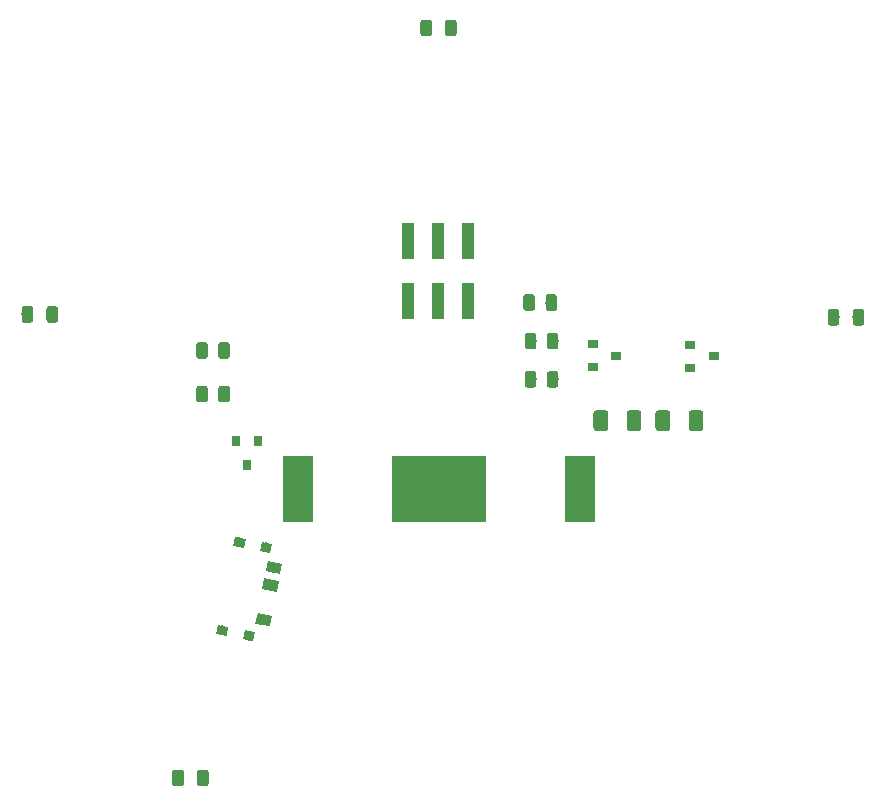
<source format=gbr>
G04 #@! TF.GenerationSoftware,KiCad,Pcbnew,5.1.2*
G04 #@! TF.CreationDate,2019-07-09T10:52:45-05:00*
G04 #@! TF.ProjectId,PartyStar,50617274-7953-4746-9172-2e6b69636164,rev?*
G04 #@! TF.SameCoordinates,Original*
G04 #@! TF.FileFunction,Paste,Bot*
G04 #@! TF.FilePolarity,Positive*
%FSLAX46Y46*%
G04 Gerber Fmt 4.6, Leading zero omitted, Abs format (unit mm)*
G04 Created by KiCad (PCBNEW 5.1.2) date 2019-07-09 10:52:45*
%MOMM*%
%LPD*%
G04 APERTURE LIST*
%ADD10R,8.000000X5.560000*%
%ADD11R,2.600000X5.560000*%
%ADD12C,0.100000*%
%ADD13C,1.250000*%
%ADD14C,0.975000*%
%ADD15R,1.000000X3.150000*%
%ADD16R,0.900000X0.800000*%
%ADD17R,0.800000X0.900000*%
%ADD18C,0.800000*%
%ADD19C,0.900000*%
G04 APERTURE END LIST*
D10*
X145000000Y-112500000D03*
D11*
X156905000Y-112500000D03*
X133095000Y-112500000D03*
D12*
G36*
X161899504Y-105876204D02*
G01*
X161923773Y-105879804D01*
X161947571Y-105885765D01*
X161970671Y-105894030D01*
X161992849Y-105904520D01*
X162013893Y-105917133D01*
X162033598Y-105931747D01*
X162051777Y-105948223D01*
X162068253Y-105966402D01*
X162082867Y-105986107D01*
X162095480Y-106007151D01*
X162105970Y-106029329D01*
X162114235Y-106052429D01*
X162120196Y-106076227D01*
X162123796Y-106100496D01*
X162125000Y-106125000D01*
X162125000Y-107375000D01*
X162123796Y-107399504D01*
X162120196Y-107423773D01*
X162114235Y-107447571D01*
X162105970Y-107470671D01*
X162095480Y-107492849D01*
X162082867Y-107513893D01*
X162068253Y-107533598D01*
X162051777Y-107551777D01*
X162033598Y-107568253D01*
X162013893Y-107582867D01*
X161992849Y-107595480D01*
X161970671Y-107605970D01*
X161947571Y-107614235D01*
X161923773Y-107620196D01*
X161899504Y-107623796D01*
X161875000Y-107625000D01*
X161125000Y-107625000D01*
X161100496Y-107623796D01*
X161076227Y-107620196D01*
X161052429Y-107614235D01*
X161029329Y-107605970D01*
X161007151Y-107595480D01*
X160986107Y-107582867D01*
X160966402Y-107568253D01*
X160948223Y-107551777D01*
X160931747Y-107533598D01*
X160917133Y-107513893D01*
X160904520Y-107492849D01*
X160894030Y-107470671D01*
X160885765Y-107447571D01*
X160879804Y-107423773D01*
X160876204Y-107399504D01*
X160875000Y-107375000D01*
X160875000Y-106125000D01*
X160876204Y-106100496D01*
X160879804Y-106076227D01*
X160885765Y-106052429D01*
X160894030Y-106029329D01*
X160904520Y-106007151D01*
X160917133Y-105986107D01*
X160931747Y-105966402D01*
X160948223Y-105948223D01*
X160966402Y-105931747D01*
X160986107Y-105917133D01*
X161007151Y-105904520D01*
X161029329Y-105894030D01*
X161052429Y-105885765D01*
X161076227Y-105879804D01*
X161100496Y-105876204D01*
X161125000Y-105875000D01*
X161875000Y-105875000D01*
X161899504Y-105876204D01*
X161899504Y-105876204D01*
G37*
D13*
X161500000Y-106750000D03*
D12*
G36*
X159099504Y-105876204D02*
G01*
X159123773Y-105879804D01*
X159147571Y-105885765D01*
X159170671Y-105894030D01*
X159192849Y-105904520D01*
X159213893Y-105917133D01*
X159233598Y-105931747D01*
X159251777Y-105948223D01*
X159268253Y-105966402D01*
X159282867Y-105986107D01*
X159295480Y-106007151D01*
X159305970Y-106029329D01*
X159314235Y-106052429D01*
X159320196Y-106076227D01*
X159323796Y-106100496D01*
X159325000Y-106125000D01*
X159325000Y-107375000D01*
X159323796Y-107399504D01*
X159320196Y-107423773D01*
X159314235Y-107447571D01*
X159305970Y-107470671D01*
X159295480Y-107492849D01*
X159282867Y-107513893D01*
X159268253Y-107533598D01*
X159251777Y-107551777D01*
X159233598Y-107568253D01*
X159213893Y-107582867D01*
X159192849Y-107595480D01*
X159170671Y-107605970D01*
X159147571Y-107614235D01*
X159123773Y-107620196D01*
X159099504Y-107623796D01*
X159075000Y-107625000D01*
X158325000Y-107625000D01*
X158300496Y-107623796D01*
X158276227Y-107620196D01*
X158252429Y-107614235D01*
X158229329Y-107605970D01*
X158207151Y-107595480D01*
X158186107Y-107582867D01*
X158166402Y-107568253D01*
X158148223Y-107551777D01*
X158131747Y-107533598D01*
X158117133Y-107513893D01*
X158104520Y-107492849D01*
X158094030Y-107470671D01*
X158085765Y-107447571D01*
X158079804Y-107423773D01*
X158076204Y-107399504D01*
X158075000Y-107375000D01*
X158075000Y-106125000D01*
X158076204Y-106100496D01*
X158079804Y-106076227D01*
X158085765Y-106052429D01*
X158094030Y-106029329D01*
X158104520Y-106007151D01*
X158117133Y-105986107D01*
X158131747Y-105966402D01*
X158148223Y-105948223D01*
X158166402Y-105931747D01*
X158186107Y-105917133D01*
X158207151Y-105904520D01*
X158229329Y-105894030D01*
X158252429Y-105885765D01*
X158276227Y-105879804D01*
X158300496Y-105876204D01*
X158325000Y-105875000D01*
X159075000Y-105875000D01*
X159099504Y-105876204D01*
X159099504Y-105876204D01*
G37*
D13*
X158700000Y-106750000D03*
D12*
G36*
X167149504Y-105876204D02*
G01*
X167173773Y-105879804D01*
X167197571Y-105885765D01*
X167220671Y-105894030D01*
X167242849Y-105904520D01*
X167263893Y-105917133D01*
X167283598Y-105931747D01*
X167301777Y-105948223D01*
X167318253Y-105966402D01*
X167332867Y-105986107D01*
X167345480Y-106007151D01*
X167355970Y-106029329D01*
X167364235Y-106052429D01*
X167370196Y-106076227D01*
X167373796Y-106100496D01*
X167375000Y-106125000D01*
X167375000Y-107375000D01*
X167373796Y-107399504D01*
X167370196Y-107423773D01*
X167364235Y-107447571D01*
X167355970Y-107470671D01*
X167345480Y-107492849D01*
X167332867Y-107513893D01*
X167318253Y-107533598D01*
X167301777Y-107551777D01*
X167283598Y-107568253D01*
X167263893Y-107582867D01*
X167242849Y-107595480D01*
X167220671Y-107605970D01*
X167197571Y-107614235D01*
X167173773Y-107620196D01*
X167149504Y-107623796D01*
X167125000Y-107625000D01*
X166375000Y-107625000D01*
X166350496Y-107623796D01*
X166326227Y-107620196D01*
X166302429Y-107614235D01*
X166279329Y-107605970D01*
X166257151Y-107595480D01*
X166236107Y-107582867D01*
X166216402Y-107568253D01*
X166198223Y-107551777D01*
X166181747Y-107533598D01*
X166167133Y-107513893D01*
X166154520Y-107492849D01*
X166144030Y-107470671D01*
X166135765Y-107447571D01*
X166129804Y-107423773D01*
X166126204Y-107399504D01*
X166125000Y-107375000D01*
X166125000Y-106125000D01*
X166126204Y-106100496D01*
X166129804Y-106076227D01*
X166135765Y-106052429D01*
X166144030Y-106029329D01*
X166154520Y-106007151D01*
X166167133Y-105986107D01*
X166181747Y-105966402D01*
X166198223Y-105948223D01*
X166216402Y-105931747D01*
X166236107Y-105917133D01*
X166257151Y-105904520D01*
X166279329Y-105894030D01*
X166302429Y-105885765D01*
X166326227Y-105879804D01*
X166350496Y-105876204D01*
X166375000Y-105875000D01*
X167125000Y-105875000D01*
X167149504Y-105876204D01*
X167149504Y-105876204D01*
G37*
D13*
X166750000Y-106750000D03*
D12*
G36*
X164349504Y-105876204D02*
G01*
X164373773Y-105879804D01*
X164397571Y-105885765D01*
X164420671Y-105894030D01*
X164442849Y-105904520D01*
X164463893Y-105917133D01*
X164483598Y-105931747D01*
X164501777Y-105948223D01*
X164518253Y-105966402D01*
X164532867Y-105986107D01*
X164545480Y-106007151D01*
X164555970Y-106029329D01*
X164564235Y-106052429D01*
X164570196Y-106076227D01*
X164573796Y-106100496D01*
X164575000Y-106125000D01*
X164575000Y-107375000D01*
X164573796Y-107399504D01*
X164570196Y-107423773D01*
X164564235Y-107447571D01*
X164555970Y-107470671D01*
X164545480Y-107492849D01*
X164532867Y-107513893D01*
X164518253Y-107533598D01*
X164501777Y-107551777D01*
X164483598Y-107568253D01*
X164463893Y-107582867D01*
X164442849Y-107595480D01*
X164420671Y-107605970D01*
X164397571Y-107614235D01*
X164373773Y-107620196D01*
X164349504Y-107623796D01*
X164325000Y-107625000D01*
X163575000Y-107625000D01*
X163550496Y-107623796D01*
X163526227Y-107620196D01*
X163502429Y-107614235D01*
X163479329Y-107605970D01*
X163457151Y-107595480D01*
X163436107Y-107582867D01*
X163416402Y-107568253D01*
X163398223Y-107551777D01*
X163381747Y-107533598D01*
X163367133Y-107513893D01*
X163354520Y-107492849D01*
X163344030Y-107470671D01*
X163335765Y-107447571D01*
X163329804Y-107423773D01*
X163326204Y-107399504D01*
X163325000Y-107375000D01*
X163325000Y-106125000D01*
X163326204Y-106100496D01*
X163329804Y-106076227D01*
X163335765Y-106052429D01*
X163344030Y-106029329D01*
X163354520Y-106007151D01*
X163367133Y-105986107D01*
X163381747Y-105966402D01*
X163398223Y-105948223D01*
X163416402Y-105931747D01*
X163436107Y-105917133D01*
X163457151Y-105904520D01*
X163479329Y-105894030D01*
X163502429Y-105885765D01*
X163526227Y-105879804D01*
X163550496Y-105876204D01*
X163575000Y-105875000D01*
X164325000Y-105875000D01*
X164349504Y-105876204D01*
X164349504Y-105876204D01*
G37*
D13*
X163950000Y-106750000D03*
D12*
G36*
X125267642Y-136301174D02*
G01*
X125291303Y-136304684D01*
X125314507Y-136310496D01*
X125337029Y-136318554D01*
X125358653Y-136328782D01*
X125379170Y-136341079D01*
X125398383Y-136355329D01*
X125416107Y-136371393D01*
X125432171Y-136389117D01*
X125446421Y-136408330D01*
X125458718Y-136428847D01*
X125468946Y-136450471D01*
X125477004Y-136472993D01*
X125482816Y-136496197D01*
X125486326Y-136519858D01*
X125487500Y-136543750D01*
X125487500Y-137456250D01*
X125486326Y-137480142D01*
X125482816Y-137503803D01*
X125477004Y-137527007D01*
X125468946Y-137549529D01*
X125458718Y-137571153D01*
X125446421Y-137591670D01*
X125432171Y-137610883D01*
X125416107Y-137628607D01*
X125398383Y-137644671D01*
X125379170Y-137658921D01*
X125358653Y-137671218D01*
X125337029Y-137681446D01*
X125314507Y-137689504D01*
X125291303Y-137695316D01*
X125267642Y-137698826D01*
X125243750Y-137700000D01*
X124756250Y-137700000D01*
X124732358Y-137698826D01*
X124708697Y-137695316D01*
X124685493Y-137689504D01*
X124662971Y-137681446D01*
X124641347Y-137671218D01*
X124620830Y-137658921D01*
X124601617Y-137644671D01*
X124583893Y-137628607D01*
X124567829Y-137610883D01*
X124553579Y-137591670D01*
X124541282Y-137571153D01*
X124531054Y-137549529D01*
X124522996Y-137527007D01*
X124517184Y-137503803D01*
X124513674Y-137480142D01*
X124512500Y-137456250D01*
X124512500Y-136543750D01*
X124513674Y-136519858D01*
X124517184Y-136496197D01*
X124522996Y-136472993D01*
X124531054Y-136450471D01*
X124541282Y-136428847D01*
X124553579Y-136408330D01*
X124567829Y-136389117D01*
X124583893Y-136371393D01*
X124601617Y-136355329D01*
X124620830Y-136341079D01*
X124641347Y-136328782D01*
X124662971Y-136318554D01*
X124685493Y-136310496D01*
X124708697Y-136304684D01*
X124732358Y-136301174D01*
X124756250Y-136300000D01*
X125243750Y-136300000D01*
X125267642Y-136301174D01*
X125267642Y-136301174D01*
G37*
D14*
X125000000Y-137000000D03*
D12*
G36*
X123167642Y-136301174D02*
G01*
X123191303Y-136304684D01*
X123214507Y-136310496D01*
X123237029Y-136318554D01*
X123258653Y-136328782D01*
X123279170Y-136341079D01*
X123298383Y-136355329D01*
X123316107Y-136371393D01*
X123332171Y-136389117D01*
X123346421Y-136408330D01*
X123358718Y-136428847D01*
X123368946Y-136450471D01*
X123377004Y-136472993D01*
X123382816Y-136496197D01*
X123386326Y-136519858D01*
X123387500Y-136543750D01*
X123387500Y-137456250D01*
X123386326Y-137480142D01*
X123382816Y-137503803D01*
X123377004Y-137527007D01*
X123368946Y-137549529D01*
X123358718Y-137571153D01*
X123346421Y-137591670D01*
X123332171Y-137610883D01*
X123316107Y-137628607D01*
X123298383Y-137644671D01*
X123279170Y-137658921D01*
X123258653Y-137671218D01*
X123237029Y-137681446D01*
X123214507Y-137689504D01*
X123191303Y-137695316D01*
X123167642Y-137698826D01*
X123143750Y-137700000D01*
X122656250Y-137700000D01*
X122632358Y-137698826D01*
X122608697Y-137695316D01*
X122585493Y-137689504D01*
X122562971Y-137681446D01*
X122541347Y-137671218D01*
X122520830Y-137658921D01*
X122501617Y-137644671D01*
X122483893Y-137628607D01*
X122467829Y-137610883D01*
X122453579Y-137591670D01*
X122441282Y-137571153D01*
X122431054Y-137549529D01*
X122422996Y-137527007D01*
X122417184Y-137503803D01*
X122413674Y-137480142D01*
X122412500Y-137456250D01*
X122412500Y-136543750D01*
X122413674Y-136519858D01*
X122417184Y-136496197D01*
X122422996Y-136472993D01*
X122431054Y-136450471D01*
X122441282Y-136428847D01*
X122453579Y-136408330D01*
X122467829Y-136389117D01*
X122483893Y-136371393D01*
X122501617Y-136355329D01*
X122520830Y-136341079D01*
X122541347Y-136328782D01*
X122562971Y-136318554D01*
X122585493Y-136310496D01*
X122608697Y-136304684D01*
X122632358Y-136301174D01*
X122656250Y-136300000D01*
X123143750Y-136300000D01*
X123167642Y-136301174D01*
X123167642Y-136301174D01*
G37*
D14*
X122900000Y-137000000D03*
D12*
G36*
X110417642Y-97051174D02*
G01*
X110441303Y-97054684D01*
X110464507Y-97060496D01*
X110487029Y-97068554D01*
X110508653Y-97078782D01*
X110529170Y-97091079D01*
X110548383Y-97105329D01*
X110566107Y-97121393D01*
X110582171Y-97139117D01*
X110596421Y-97158330D01*
X110608718Y-97178847D01*
X110618946Y-97200471D01*
X110627004Y-97222993D01*
X110632816Y-97246197D01*
X110636326Y-97269858D01*
X110637500Y-97293750D01*
X110637500Y-98206250D01*
X110636326Y-98230142D01*
X110632816Y-98253803D01*
X110627004Y-98277007D01*
X110618946Y-98299529D01*
X110608718Y-98321153D01*
X110596421Y-98341670D01*
X110582171Y-98360883D01*
X110566107Y-98378607D01*
X110548383Y-98394671D01*
X110529170Y-98408921D01*
X110508653Y-98421218D01*
X110487029Y-98431446D01*
X110464507Y-98439504D01*
X110441303Y-98445316D01*
X110417642Y-98448826D01*
X110393750Y-98450000D01*
X109906250Y-98450000D01*
X109882358Y-98448826D01*
X109858697Y-98445316D01*
X109835493Y-98439504D01*
X109812971Y-98431446D01*
X109791347Y-98421218D01*
X109770830Y-98408921D01*
X109751617Y-98394671D01*
X109733893Y-98378607D01*
X109717829Y-98360883D01*
X109703579Y-98341670D01*
X109691282Y-98321153D01*
X109681054Y-98299529D01*
X109672996Y-98277007D01*
X109667184Y-98253803D01*
X109663674Y-98230142D01*
X109662500Y-98206250D01*
X109662500Y-97293750D01*
X109663674Y-97269858D01*
X109667184Y-97246197D01*
X109672996Y-97222993D01*
X109681054Y-97200471D01*
X109691282Y-97178847D01*
X109703579Y-97158330D01*
X109717829Y-97139117D01*
X109733893Y-97121393D01*
X109751617Y-97105329D01*
X109770830Y-97091079D01*
X109791347Y-97078782D01*
X109812971Y-97068554D01*
X109835493Y-97060496D01*
X109858697Y-97054684D01*
X109882358Y-97051174D01*
X109906250Y-97050000D01*
X110393750Y-97050000D01*
X110417642Y-97051174D01*
X110417642Y-97051174D01*
G37*
D14*
X110150000Y-97750000D03*
D12*
G36*
X112517642Y-97051174D02*
G01*
X112541303Y-97054684D01*
X112564507Y-97060496D01*
X112587029Y-97068554D01*
X112608653Y-97078782D01*
X112629170Y-97091079D01*
X112648383Y-97105329D01*
X112666107Y-97121393D01*
X112682171Y-97139117D01*
X112696421Y-97158330D01*
X112708718Y-97178847D01*
X112718946Y-97200471D01*
X112727004Y-97222993D01*
X112732816Y-97246197D01*
X112736326Y-97269858D01*
X112737500Y-97293750D01*
X112737500Y-98206250D01*
X112736326Y-98230142D01*
X112732816Y-98253803D01*
X112727004Y-98277007D01*
X112718946Y-98299529D01*
X112708718Y-98321153D01*
X112696421Y-98341670D01*
X112682171Y-98360883D01*
X112666107Y-98378607D01*
X112648383Y-98394671D01*
X112629170Y-98408921D01*
X112608653Y-98421218D01*
X112587029Y-98431446D01*
X112564507Y-98439504D01*
X112541303Y-98445316D01*
X112517642Y-98448826D01*
X112493750Y-98450000D01*
X112006250Y-98450000D01*
X111982358Y-98448826D01*
X111958697Y-98445316D01*
X111935493Y-98439504D01*
X111912971Y-98431446D01*
X111891347Y-98421218D01*
X111870830Y-98408921D01*
X111851617Y-98394671D01*
X111833893Y-98378607D01*
X111817829Y-98360883D01*
X111803579Y-98341670D01*
X111791282Y-98321153D01*
X111781054Y-98299529D01*
X111772996Y-98277007D01*
X111767184Y-98253803D01*
X111763674Y-98230142D01*
X111762500Y-98206250D01*
X111762500Y-97293750D01*
X111763674Y-97269858D01*
X111767184Y-97246197D01*
X111772996Y-97222993D01*
X111781054Y-97200471D01*
X111791282Y-97178847D01*
X111803579Y-97158330D01*
X111817829Y-97139117D01*
X111833893Y-97121393D01*
X111851617Y-97105329D01*
X111870830Y-97091079D01*
X111891347Y-97078782D01*
X111912971Y-97068554D01*
X111935493Y-97060496D01*
X111958697Y-97054684D01*
X111982358Y-97051174D01*
X112006250Y-97050000D01*
X112493750Y-97050000D01*
X112517642Y-97051174D01*
X112517642Y-97051174D01*
G37*
D14*
X112250000Y-97750000D03*
D12*
G36*
X146267642Y-72801174D02*
G01*
X146291303Y-72804684D01*
X146314507Y-72810496D01*
X146337029Y-72818554D01*
X146358653Y-72828782D01*
X146379170Y-72841079D01*
X146398383Y-72855329D01*
X146416107Y-72871393D01*
X146432171Y-72889117D01*
X146446421Y-72908330D01*
X146458718Y-72928847D01*
X146468946Y-72950471D01*
X146477004Y-72972993D01*
X146482816Y-72996197D01*
X146486326Y-73019858D01*
X146487500Y-73043750D01*
X146487500Y-73956250D01*
X146486326Y-73980142D01*
X146482816Y-74003803D01*
X146477004Y-74027007D01*
X146468946Y-74049529D01*
X146458718Y-74071153D01*
X146446421Y-74091670D01*
X146432171Y-74110883D01*
X146416107Y-74128607D01*
X146398383Y-74144671D01*
X146379170Y-74158921D01*
X146358653Y-74171218D01*
X146337029Y-74181446D01*
X146314507Y-74189504D01*
X146291303Y-74195316D01*
X146267642Y-74198826D01*
X146243750Y-74200000D01*
X145756250Y-74200000D01*
X145732358Y-74198826D01*
X145708697Y-74195316D01*
X145685493Y-74189504D01*
X145662971Y-74181446D01*
X145641347Y-74171218D01*
X145620830Y-74158921D01*
X145601617Y-74144671D01*
X145583893Y-74128607D01*
X145567829Y-74110883D01*
X145553579Y-74091670D01*
X145541282Y-74071153D01*
X145531054Y-74049529D01*
X145522996Y-74027007D01*
X145517184Y-74003803D01*
X145513674Y-73980142D01*
X145512500Y-73956250D01*
X145512500Y-73043750D01*
X145513674Y-73019858D01*
X145517184Y-72996197D01*
X145522996Y-72972993D01*
X145531054Y-72950471D01*
X145541282Y-72928847D01*
X145553579Y-72908330D01*
X145567829Y-72889117D01*
X145583893Y-72871393D01*
X145601617Y-72855329D01*
X145620830Y-72841079D01*
X145641347Y-72828782D01*
X145662971Y-72818554D01*
X145685493Y-72810496D01*
X145708697Y-72804684D01*
X145732358Y-72801174D01*
X145756250Y-72800000D01*
X146243750Y-72800000D01*
X146267642Y-72801174D01*
X146267642Y-72801174D01*
G37*
D14*
X146000000Y-73500000D03*
D12*
G36*
X144167642Y-72801174D02*
G01*
X144191303Y-72804684D01*
X144214507Y-72810496D01*
X144237029Y-72818554D01*
X144258653Y-72828782D01*
X144279170Y-72841079D01*
X144298383Y-72855329D01*
X144316107Y-72871393D01*
X144332171Y-72889117D01*
X144346421Y-72908330D01*
X144358718Y-72928847D01*
X144368946Y-72950471D01*
X144377004Y-72972993D01*
X144382816Y-72996197D01*
X144386326Y-73019858D01*
X144387500Y-73043750D01*
X144387500Y-73956250D01*
X144386326Y-73980142D01*
X144382816Y-74003803D01*
X144377004Y-74027007D01*
X144368946Y-74049529D01*
X144358718Y-74071153D01*
X144346421Y-74091670D01*
X144332171Y-74110883D01*
X144316107Y-74128607D01*
X144298383Y-74144671D01*
X144279170Y-74158921D01*
X144258653Y-74171218D01*
X144237029Y-74181446D01*
X144214507Y-74189504D01*
X144191303Y-74195316D01*
X144167642Y-74198826D01*
X144143750Y-74200000D01*
X143656250Y-74200000D01*
X143632358Y-74198826D01*
X143608697Y-74195316D01*
X143585493Y-74189504D01*
X143562971Y-74181446D01*
X143541347Y-74171218D01*
X143520830Y-74158921D01*
X143501617Y-74144671D01*
X143483893Y-74128607D01*
X143467829Y-74110883D01*
X143453579Y-74091670D01*
X143441282Y-74071153D01*
X143431054Y-74049529D01*
X143422996Y-74027007D01*
X143417184Y-74003803D01*
X143413674Y-73980142D01*
X143412500Y-73956250D01*
X143412500Y-73043750D01*
X143413674Y-73019858D01*
X143417184Y-72996197D01*
X143422996Y-72972993D01*
X143431054Y-72950471D01*
X143441282Y-72928847D01*
X143453579Y-72908330D01*
X143467829Y-72889117D01*
X143483893Y-72871393D01*
X143501617Y-72855329D01*
X143520830Y-72841079D01*
X143541347Y-72828782D01*
X143562971Y-72818554D01*
X143585493Y-72810496D01*
X143608697Y-72804684D01*
X143632358Y-72801174D01*
X143656250Y-72800000D01*
X144143750Y-72800000D01*
X144167642Y-72801174D01*
X144167642Y-72801174D01*
G37*
D14*
X143900000Y-73500000D03*
D12*
G36*
X180767642Y-97301174D02*
G01*
X180791303Y-97304684D01*
X180814507Y-97310496D01*
X180837029Y-97318554D01*
X180858653Y-97328782D01*
X180879170Y-97341079D01*
X180898383Y-97355329D01*
X180916107Y-97371393D01*
X180932171Y-97389117D01*
X180946421Y-97408330D01*
X180958718Y-97428847D01*
X180968946Y-97450471D01*
X180977004Y-97472993D01*
X180982816Y-97496197D01*
X180986326Y-97519858D01*
X180987500Y-97543750D01*
X180987500Y-98456250D01*
X180986326Y-98480142D01*
X180982816Y-98503803D01*
X180977004Y-98527007D01*
X180968946Y-98549529D01*
X180958718Y-98571153D01*
X180946421Y-98591670D01*
X180932171Y-98610883D01*
X180916107Y-98628607D01*
X180898383Y-98644671D01*
X180879170Y-98658921D01*
X180858653Y-98671218D01*
X180837029Y-98681446D01*
X180814507Y-98689504D01*
X180791303Y-98695316D01*
X180767642Y-98698826D01*
X180743750Y-98700000D01*
X180256250Y-98700000D01*
X180232358Y-98698826D01*
X180208697Y-98695316D01*
X180185493Y-98689504D01*
X180162971Y-98681446D01*
X180141347Y-98671218D01*
X180120830Y-98658921D01*
X180101617Y-98644671D01*
X180083893Y-98628607D01*
X180067829Y-98610883D01*
X180053579Y-98591670D01*
X180041282Y-98571153D01*
X180031054Y-98549529D01*
X180022996Y-98527007D01*
X180017184Y-98503803D01*
X180013674Y-98480142D01*
X180012500Y-98456250D01*
X180012500Y-97543750D01*
X180013674Y-97519858D01*
X180017184Y-97496197D01*
X180022996Y-97472993D01*
X180031054Y-97450471D01*
X180041282Y-97428847D01*
X180053579Y-97408330D01*
X180067829Y-97389117D01*
X180083893Y-97371393D01*
X180101617Y-97355329D01*
X180120830Y-97341079D01*
X180141347Y-97328782D01*
X180162971Y-97318554D01*
X180185493Y-97310496D01*
X180208697Y-97304684D01*
X180232358Y-97301174D01*
X180256250Y-97300000D01*
X180743750Y-97300000D01*
X180767642Y-97301174D01*
X180767642Y-97301174D01*
G37*
D14*
X180500000Y-98000000D03*
D12*
G36*
X178667642Y-97301174D02*
G01*
X178691303Y-97304684D01*
X178714507Y-97310496D01*
X178737029Y-97318554D01*
X178758653Y-97328782D01*
X178779170Y-97341079D01*
X178798383Y-97355329D01*
X178816107Y-97371393D01*
X178832171Y-97389117D01*
X178846421Y-97408330D01*
X178858718Y-97428847D01*
X178868946Y-97450471D01*
X178877004Y-97472993D01*
X178882816Y-97496197D01*
X178886326Y-97519858D01*
X178887500Y-97543750D01*
X178887500Y-98456250D01*
X178886326Y-98480142D01*
X178882816Y-98503803D01*
X178877004Y-98527007D01*
X178868946Y-98549529D01*
X178858718Y-98571153D01*
X178846421Y-98591670D01*
X178832171Y-98610883D01*
X178816107Y-98628607D01*
X178798383Y-98644671D01*
X178779170Y-98658921D01*
X178758653Y-98671218D01*
X178737029Y-98681446D01*
X178714507Y-98689504D01*
X178691303Y-98695316D01*
X178667642Y-98698826D01*
X178643750Y-98700000D01*
X178156250Y-98700000D01*
X178132358Y-98698826D01*
X178108697Y-98695316D01*
X178085493Y-98689504D01*
X178062971Y-98681446D01*
X178041347Y-98671218D01*
X178020830Y-98658921D01*
X178001617Y-98644671D01*
X177983893Y-98628607D01*
X177967829Y-98610883D01*
X177953579Y-98591670D01*
X177941282Y-98571153D01*
X177931054Y-98549529D01*
X177922996Y-98527007D01*
X177917184Y-98503803D01*
X177913674Y-98480142D01*
X177912500Y-98456250D01*
X177912500Y-97543750D01*
X177913674Y-97519858D01*
X177917184Y-97496197D01*
X177922996Y-97472993D01*
X177931054Y-97450471D01*
X177941282Y-97428847D01*
X177953579Y-97408330D01*
X177967829Y-97389117D01*
X177983893Y-97371393D01*
X178001617Y-97355329D01*
X178020830Y-97341079D01*
X178041347Y-97328782D01*
X178062971Y-97318554D01*
X178085493Y-97310496D01*
X178108697Y-97304684D01*
X178132358Y-97301174D01*
X178156250Y-97300000D01*
X178643750Y-97300000D01*
X178667642Y-97301174D01*
X178667642Y-97301174D01*
G37*
D14*
X178400000Y-98000000D03*
D15*
X142360000Y-91575000D03*
X142360000Y-96625000D03*
X144900000Y-91575000D03*
X144900000Y-96625000D03*
X147440000Y-91575000D03*
X147440000Y-96625000D03*
D16*
X158000000Y-102200000D03*
X158000000Y-100300000D03*
X160000000Y-101250000D03*
X168250000Y-101300000D03*
X166250000Y-100350000D03*
X166250000Y-102250000D03*
D17*
X127800000Y-108500000D03*
X129700000Y-108500000D03*
X128750000Y-110500000D03*
D12*
G36*
X127067642Y-100101174D02*
G01*
X127091303Y-100104684D01*
X127114507Y-100110496D01*
X127137029Y-100118554D01*
X127158653Y-100128782D01*
X127179170Y-100141079D01*
X127198383Y-100155329D01*
X127216107Y-100171393D01*
X127232171Y-100189117D01*
X127246421Y-100208330D01*
X127258718Y-100228847D01*
X127268946Y-100250471D01*
X127277004Y-100272993D01*
X127282816Y-100296197D01*
X127286326Y-100319858D01*
X127287500Y-100343750D01*
X127287500Y-101256250D01*
X127286326Y-101280142D01*
X127282816Y-101303803D01*
X127277004Y-101327007D01*
X127268946Y-101349529D01*
X127258718Y-101371153D01*
X127246421Y-101391670D01*
X127232171Y-101410883D01*
X127216107Y-101428607D01*
X127198383Y-101444671D01*
X127179170Y-101458921D01*
X127158653Y-101471218D01*
X127137029Y-101481446D01*
X127114507Y-101489504D01*
X127091303Y-101495316D01*
X127067642Y-101498826D01*
X127043750Y-101500000D01*
X126556250Y-101500000D01*
X126532358Y-101498826D01*
X126508697Y-101495316D01*
X126485493Y-101489504D01*
X126462971Y-101481446D01*
X126441347Y-101471218D01*
X126420830Y-101458921D01*
X126401617Y-101444671D01*
X126383893Y-101428607D01*
X126367829Y-101410883D01*
X126353579Y-101391670D01*
X126341282Y-101371153D01*
X126331054Y-101349529D01*
X126322996Y-101327007D01*
X126317184Y-101303803D01*
X126313674Y-101280142D01*
X126312500Y-101256250D01*
X126312500Y-100343750D01*
X126313674Y-100319858D01*
X126317184Y-100296197D01*
X126322996Y-100272993D01*
X126331054Y-100250471D01*
X126341282Y-100228847D01*
X126353579Y-100208330D01*
X126367829Y-100189117D01*
X126383893Y-100171393D01*
X126401617Y-100155329D01*
X126420830Y-100141079D01*
X126441347Y-100128782D01*
X126462971Y-100118554D01*
X126485493Y-100110496D01*
X126508697Y-100104684D01*
X126532358Y-100101174D01*
X126556250Y-100100000D01*
X127043750Y-100100000D01*
X127067642Y-100101174D01*
X127067642Y-100101174D01*
G37*
D14*
X126800000Y-100800000D03*
D12*
G36*
X125192642Y-100101174D02*
G01*
X125216303Y-100104684D01*
X125239507Y-100110496D01*
X125262029Y-100118554D01*
X125283653Y-100128782D01*
X125304170Y-100141079D01*
X125323383Y-100155329D01*
X125341107Y-100171393D01*
X125357171Y-100189117D01*
X125371421Y-100208330D01*
X125383718Y-100228847D01*
X125393946Y-100250471D01*
X125402004Y-100272993D01*
X125407816Y-100296197D01*
X125411326Y-100319858D01*
X125412500Y-100343750D01*
X125412500Y-101256250D01*
X125411326Y-101280142D01*
X125407816Y-101303803D01*
X125402004Y-101327007D01*
X125393946Y-101349529D01*
X125383718Y-101371153D01*
X125371421Y-101391670D01*
X125357171Y-101410883D01*
X125341107Y-101428607D01*
X125323383Y-101444671D01*
X125304170Y-101458921D01*
X125283653Y-101471218D01*
X125262029Y-101481446D01*
X125239507Y-101489504D01*
X125216303Y-101495316D01*
X125192642Y-101498826D01*
X125168750Y-101500000D01*
X124681250Y-101500000D01*
X124657358Y-101498826D01*
X124633697Y-101495316D01*
X124610493Y-101489504D01*
X124587971Y-101481446D01*
X124566347Y-101471218D01*
X124545830Y-101458921D01*
X124526617Y-101444671D01*
X124508893Y-101428607D01*
X124492829Y-101410883D01*
X124478579Y-101391670D01*
X124466282Y-101371153D01*
X124456054Y-101349529D01*
X124447996Y-101327007D01*
X124442184Y-101303803D01*
X124438674Y-101280142D01*
X124437500Y-101256250D01*
X124437500Y-100343750D01*
X124438674Y-100319858D01*
X124442184Y-100296197D01*
X124447996Y-100272993D01*
X124456054Y-100250471D01*
X124466282Y-100228847D01*
X124478579Y-100208330D01*
X124492829Y-100189117D01*
X124508893Y-100171393D01*
X124526617Y-100155329D01*
X124545830Y-100141079D01*
X124566347Y-100128782D01*
X124587971Y-100118554D01*
X124610493Y-100110496D01*
X124633697Y-100104684D01*
X124657358Y-100101174D01*
X124681250Y-100100000D01*
X125168750Y-100100000D01*
X125192642Y-100101174D01*
X125192642Y-100101174D01*
G37*
D14*
X124925000Y-100800000D03*
D12*
G36*
X152892642Y-96051174D02*
G01*
X152916303Y-96054684D01*
X152939507Y-96060496D01*
X152962029Y-96068554D01*
X152983653Y-96078782D01*
X153004170Y-96091079D01*
X153023383Y-96105329D01*
X153041107Y-96121393D01*
X153057171Y-96139117D01*
X153071421Y-96158330D01*
X153083718Y-96178847D01*
X153093946Y-96200471D01*
X153102004Y-96222993D01*
X153107816Y-96246197D01*
X153111326Y-96269858D01*
X153112500Y-96293750D01*
X153112500Y-97206250D01*
X153111326Y-97230142D01*
X153107816Y-97253803D01*
X153102004Y-97277007D01*
X153093946Y-97299529D01*
X153083718Y-97321153D01*
X153071421Y-97341670D01*
X153057171Y-97360883D01*
X153041107Y-97378607D01*
X153023383Y-97394671D01*
X153004170Y-97408921D01*
X152983653Y-97421218D01*
X152962029Y-97431446D01*
X152939507Y-97439504D01*
X152916303Y-97445316D01*
X152892642Y-97448826D01*
X152868750Y-97450000D01*
X152381250Y-97450000D01*
X152357358Y-97448826D01*
X152333697Y-97445316D01*
X152310493Y-97439504D01*
X152287971Y-97431446D01*
X152266347Y-97421218D01*
X152245830Y-97408921D01*
X152226617Y-97394671D01*
X152208893Y-97378607D01*
X152192829Y-97360883D01*
X152178579Y-97341670D01*
X152166282Y-97321153D01*
X152156054Y-97299529D01*
X152147996Y-97277007D01*
X152142184Y-97253803D01*
X152138674Y-97230142D01*
X152137500Y-97206250D01*
X152137500Y-96293750D01*
X152138674Y-96269858D01*
X152142184Y-96246197D01*
X152147996Y-96222993D01*
X152156054Y-96200471D01*
X152166282Y-96178847D01*
X152178579Y-96158330D01*
X152192829Y-96139117D01*
X152208893Y-96121393D01*
X152226617Y-96105329D01*
X152245830Y-96091079D01*
X152266347Y-96078782D01*
X152287971Y-96068554D01*
X152310493Y-96060496D01*
X152333697Y-96054684D01*
X152357358Y-96051174D01*
X152381250Y-96050000D01*
X152868750Y-96050000D01*
X152892642Y-96051174D01*
X152892642Y-96051174D01*
G37*
D14*
X152625000Y-96750000D03*
D12*
G36*
X154767642Y-96051174D02*
G01*
X154791303Y-96054684D01*
X154814507Y-96060496D01*
X154837029Y-96068554D01*
X154858653Y-96078782D01*
X154879170Y-96091079D01*
X154898383Y-96105329D01*
X154916107Y-96121393D01*
X154932171Y-96139117D01*
X154946421Y-96158330D01*
X154958718Y-96178847D01*
X154968946Y-96200471D01*
X154977004Y-96222993D01*
X154982816Y-96246197D01*
X154986326Y-96269858D01*
X154987500Y-96293750D01*
X154987500Y-97206250D01*
X154986326Y-97230142D01*
X154982816Y-97253803D01*
X154977004Y-97277007D01*
X154968946Y-97299529D01*
X154958718Y-97321153D01*
X154946421Y-97341670D01*
X154932171Y-97360883D01*
X154916107Y-97378607D01*
X154898383Y-97394671D01*
X154879170Y-97408921D01*
X154858653Y-97421218D01*
X154837029Y-97431446D01*
X154814507Y-97439504D01*
X154791303Y-97445316D01*
X154767642Y-97448826D01*
X154743750Y-97450000D01*
X154256250Y-97450000D01*
X154232358Y-97448826D01*
X154208697Y-97445316D01*
X154185493Y-97439504D01*
X154162971Y-97431446D01*
X154141347Y-97421218D01*
X154120830Y-97408921D01*
X154101617Y-97394671D01*
X154083893Y-97378607D01*
X154067829Y-97360883D01*
X154053579Y-97341670D01*
X154041282Y-97321153D01*
X154031054Y-97299529D01*
X154022996Y-97277007D01*
X154017184Y-97253803D01*
X154013674Y-97230142D01*
X154012500Y-97206250D01*
X154012500Y-96293750D01*
X154013674Y-96269858D01*
X154017184Y-96246197D01*
X154022996Y-96222993D01*
X154031054Y-96200471D01*
X154041282Y-96178847D01*
X154053579Y-96158330D01*
X154067829Y-96139117D01*
X154083893Y-96121393D01*
X154101617Y-96105329D01*
X154120830Y-96091079D01*
X154141347Y-96078782D01*
X154162971Y-96068554D01*
X154185493Y-96060496D01*
X154208697Y-96054684D01*
X154232358Y-96051174D01*
X154256250Y-96050000D01*
X154743750Y-96050000D01*
X154767642Y-96051174D01*
X154767642Y-96051174D01*
G37*
D14*
X154500000Y-96750000D03*
D12*
G36*
X154892642Y-102551174D02*
G01*
X154916303Y-102554684D01*
X154939507Y-102560496D01*
X154962029Y-102568554D01*
X154983653Y-102578782D01*
X155004170Y-102591079D01*
X155023383Y-102605329D01*
X155041107Y-102621393D01*
X155057171Y-102639117D01*
X155071421Y-102658330D01*
X155083718Y-102678847D01*
X155093946Y-102700471D01*
X155102004Y-102722993D01*
X155107816Y-102746197D01*
X155111326Y-102769858D01*
X155112500Y-102793750D01*
X155112500Y-103706250D01*
X155111326Y-103730142D01*
X155107816Y-103753803D01*
X155102004Y-103777007D01*
X155093946Y-103799529D01*
X155083718Y-103821153D01*
X155071421Y-103841670D01*
X155057171Y-103860883D01*
X155041107Y-103878607D01*
X155023383Y-103894671D01*
X155004170Y-103908921D01*
X154983653Y-103921218D01*
X154962029Y-103931446D01*
X154939507Y-103939504D01*
X154916303Y-103945316D01*
X154892642Y-103948826D01*
X154868750Y-103950000D01*
X154381250Y-103950000D01*
X154357358Y-103948826D01*
X154333697Y-103945316D01*
X154310493Y-103939504D01*
X154287971Y-103931446D01*
X154266347Y-103921218D01*
X154245830Y-103908921D01*
X154226617Y-103894671D01*
X154208893Y-103878607D01*
X154192829Y-103860883D01*
X154178579Y-103841670D01*
X154166282Y-103821153D01*
X154156054Y-103799529D01*
X154147996Y-103777007D01*
X154142184Y-103753803D01*
X154138674Y-103730142D01*
X154137500Y-103706250D01*
X154137500Y-102793750D01*
X154138674Y-102769858D01*
X154142184Y-102746197D01*
X154147996Y-102722993D01*
X154156054Y-102700471D01*
X154166282Y-102678847D01*
X154178579Y-102658330D01*
X154192829Y-102639117D01*
X154208893Y-102621393D01*
X154226617Y-102605329D01*
X154245830Y-102591079D01*
X154266347Y-102578782D01*
X154287971Y-102568554D01*
X154310493Y-102560496D01*
X154333697Y-102554684D01*
X154357358Y-102551174D01*
X154381250Y-102550000D01*
X154868750Y-102550000D01*
X154892642Y-102551174D01*
X154892642Y-102551174D01*
G37*
D14*
X154625000Y-103250000D03*
D12*
G36*
X153017642Y-102551174D02*
G01*
X153041303Y-102554684D01*
X153064507Y-102560496D01*
X153087029Y-102568554D01*
X153108653Y-102578782D01*
X153129170Y-102591079D01*
X153148383Y-102605329D01*
X153166107Y-102621393D01*
X153182171Y-102639117D01*
X153196421Y-102658330D01*
X153208718Y-102678847D01*
X153218946Y-102700471D01*
X153227004Y-102722993D01*
X153232816Y-102746197D01*
X153236326Y-102769858D01*
X153237500Y-102793750D01*
X153237500Y-103706250D01*
X153236326Y-103730142D01*
X153232816Y-103753803D01*
X153227004Y-103777007D01*
X153218946Y-103799529D01*
X153208718Y-103821153D01*
X153196421Y-103841670D01*
X153182171Y-103860883D01*
X153166107Y-103878607D01*
X153148383Y-103894671D01*
X153129170Y-103908921D01*
X153108653Y-103921218D01*
X153087029Y-103931446D01*
X153064507Y-103939504D01*
X153041303Y-103945316D01*
X153017642Y-103948826D01*
X152993750Y-103950000D01*
X152506250Y-103950000D01*
X152482358Y-103948826D01*
X152458697Y-103945316D01*
X152435493Y-103939504D01*
X152412971Y-103931446D01*
X152391347Y-103921218D01*
X152370830Y-103908921D01*
X152351617Y-103894671D01*
X152333893Y-103878607D01*
X152317829Y-103860883D01*
X152303579Y-103841670D01*
X152291282Y-103821153D01*
X152281054Y-103799529D01*
X152272996Y-103777007D01*
X152267184Y-103753803D01*
X152263674Y-103730142D01*
X152262500Y-103706250D01*
X152262500Y-102793750D01*
X152263674Y-102769858D01*
X152267184Y-102746197D01*
X152272996Y-102722993D01*
X152281054Y-102700471D01*
X152291282Y-102678847D01*
X152303579Y-102658330D01*
X152317829Y-102639117D01*
X152333893Y-102621393D01*
X152351617Y-102605329D01*
X152370830Y-102591079D01*
X152391347Y-102578782D01*
X152412971Y-102568554D01*
X152435493Y-102560496D01*
X152458697Y-102554684D01*
X152482358Y-102551174D01*
X152506250Y-102550000D01*
X152993750Y-102550000D01*
X153017642Y-102551174D01*
X153017642Y-102551174D01*
G37*
D14*
X152750000Y-103250000D03*
D12*
G36*
X153017642Y-99301174D02*
G01*
X153041303Y-99304684D01*
X153064507Y-99310496D01*
X153087029Y-99318554D01*
X153108653Y-99328782D01*
X153129170Y-99341079D01*
X153148383Y-99355329D01*
X153166107Y-99371393D01*
X153182171Y-99389117D01*
X153196421Y-99408330D01*
X153208718Y-99428847D01*
X153218946Y-99450471D01*
X153227004Y-99472993D01*
X153232816Y-99496197D01*
X153236326Y-99519858D01*
X153237500Y-99543750D01*
X153237500Y-100456250D01*
X153236326Y-100480142D01*
X153232816Y-100503803D01*
X153227004Y-100527007D01*
X153218946Y-100549529D01*
X153208718Y-100571153D01*
X153196421Y-100591670D01*
X153182171Y-100610883D01*
X153166107Y-100628607D01*
X153148383Y-100644671D01*
X153129170Y-100658921D01*
X153108653Y-100671218D01*
X153087029Y-100681446D01*
X153064507Y-100689504D01*
X153041303Y-100695316D01*
X153017642Y-100698826D01*
X152993750Y-100700000D01*
X152506250Y-100700000D01*
X152482358Y-100698826D01*
X152458697Y-100695316D01*
X152435493Y-100689504D01*
X152412971Y-100681446D01*
X152391347Y-100671218D01*
X152370830Y-100658921D01*
X152351617Y-100644671D01*
X152333893Y-100628607D01*
X152317829Y-100610883D01*
X152303579Y-100591670D01*
X152291282Y-100571153D01*
X152281054Y-100549529D01*
X152272996Y-100527007D01*
X152267184Y-100503803D01*
X152263674Y-100480142D01*
X152262500Y-100456250D01*
X152262500Y-99543750D01*
X152263674Y-99519858D01*
X152267184Y-99496197D01*
X152272996Y-99472993D01*
X152281054Y-99450471D01*
X152291282Y-99428847D01*
X152303579Y-99408330D01*
X152317829Y-99389117D01*
X152333893Y-99371393D01*
X152351617Y-99355329D01*
X152370830Y-99341079D01*
X152391347Y-99328782D01*
X152412971Y-99318554D01*
X152435493Y-99310496D01*
X152458697Y-99304684D01*
X152482358Y-99301174D01*
X152506250Y-99300000D01*
X152993750Y-99300000D01*
X153017642Y-99301174D01*
X153017642Y-99301174D01*
G37*
D14*
X152750000Y-100000000D03*
D12*
G36*
X154892642Y-99301174D02*
G01*
X154916303Y-99304684D01*
X154939507Y-99310496D01*
X154962029Y-99318554D01*
X154983653Y-99328782D01*
X155004170Y-99341079D01*
X155023383Y-99355329D01*
X155041107Y-99371393D01*
X155057171Y-99389117D01*
X155071421Y-99408330D01*
X155083718Y-99428847D01*
X155093946Y-99450471D01*
X155102004Y-99472993D01*
X155107816Y-99496197D01*
X155111326Y-99519858D01*
X155112500Y-99543750D01*
X155112500Y-100456250D01*
X155111326Y-100480142D01*
X155107816Y-100503803D01*
X155102004Y-100527007D01*
X155093946Y-100549529D01*
X155083718Y-100571153D01*
X155071421Y-100591670D01*
X155057171Y-100610883D01*
X155041107Y-100628607D01*
X155023383Y-100644671D01*
X155004170Y-100658921D01*
X154983653Y-100671218D01*
X154962029Y-100681446D01*
X154939507Y-100689504D01*
X154916303Y-100695316D01*
X154892642Y-100698826D01*
X154868750Y-100700000D01*
X154381250Y-100700000D01*
X154357358Y-100698826D01*
X154333697Y-100695316D01*
X154310493Y-100689504D01*
X154287971Y-100681446D01*
X154266347Y-100671218D01*
X154245830Y-100658921D01*
X154226617Y-100644671D01*
X154208893Y-100628607D01*
X154192829Y-100610883D01*
X154178579Y-100591670D01*
X154166282Y-100571153D01*
X154156054Y-100549529D01*
X154147996Y-100527007D01*
X154142184Y-100503803D01*
X154138674Y-100480142D01*
X154137500Y-100456250D01*
X154137500Y-99543750D01*
X154138674Y-99519858D01*
X154142184Y-99496197D01*
X154147996Y-99472993D01*
X154156054Y-99450471D01*
X154166282Y-99428847D01*
X154178579Y-99408330D01*
X154192829Y-99389117D01*
X154208893Y-99371393D01*
X154226617Y-99355329D01*
X154245830Y-99341079D01*
X154266347Y-99328782D01*
X154287971Y-99318554D01*
X154310493Y-99310496D01*
X154333697Y-99304684D01*
X154357358Y-99301174D01*
X154381250Y-99300000D01*
X154868750Y-99300000D01*
X154892642Y-99301174D01*
X154892642Y-99301174D01*
G37*
D14*
X154625000Y-100000000D03*
D12*
G36*
X127067642Y-103801174D02*
G01*
X127091303Y-103804684D01*
X127114507Y-103810496D01*
X127137029Y-103818554D01*
X127158653Y-103828782D01*
X127179170Y-103841079D01*
X127198383Y-103855329D01*
X127216107Y-103871393D01*
X127232171Y-103889117D01*
X127246421Y-103908330D01*
X127258718Y-103928847D01*
X127268946Y-103950471D01*
X127277004Y-103972993D01*
X127282816Y-103996197D01*
X127286326Y-104019858D01*
X127287500Y-104043750D01*
X127287500Y-104956250D01*
X127286326Y-104980142D01*
X127282816Y-105003803D01*
X127277004Y-105027007D01*
X127268946Y-105049529D01*
X127258718Y-105071153D01*
X127246421Y-105091670D01*
X127232171Y-105110883D01*
X127216107Y-105128607D01*
X127198383Y-105144671D01*
X127179170Y-105158921D01*
X127158653Y-105171218D01*
X127137029Y-105181446D01*
X127114507Y-105189504D01*
X127091303Y-105195316D01*
X127067642Y-105198826D01*
X127043750Y-105200000D01*
X126556250Y-105200000D01*
X126532358Y-105198826D01*
X126508697Y-105195316D01*
X126485493Y-105189504D01*
X126462971Y-105181446D01*
X126441347Y-105171218D01*
X126420830Y-105158921D01*
X126401617Y-105144671D01*
X126383893Y-105128607D01*
X126367829Y-105110883D01*
X126353579Y-105091670D01*
X126341282Y-105071153D01*
X126331054Y-105049529D01*
X126322996Y-105027007D01*
X126317184Y-105003803D01*
X126313674Y-104980142D01*
X126312500Y-104956250D01*
X126312500Y-104043750D01*
X126313674Y-104019858D01*
X126317184Y-103996197D01*
X126322996Y-103972993D01*
X126331054Y-103950471D01*
X126341282Y-103928847D01*
X126353579Y-103908330D01*
X126367829Y-103889117D01*
X126383893Y-103871393D01*
X126401617Y-103855329D01*
X126420830Y-103841079D01*
X126441347Y-103828782D01*
X126462971Y-103818554D01*
X126485493Y-103810496D01*
X126508697Y-103804684D01*
X126532358Y-103801174D01*
X126556250Y-103800000D01*
X127043750Y-103800000D01*
X127067642Y-103801174D01*
X127067642Y-103801174D01*
G37*
D14*
X126800000Y-104500000D03*
D12*
G36*
X125192642Y-103801174D02*
G01*
X125216303Y-103804684D01*
X125239507Y-103810496D01*
X125262029Y-103818554D01*
X125283653Y-103828782D01*
X125304170Y-103841079D01*
X125323383Y-103855329D01*
X125341107Y-103871393D01*
X125357171Y-103889117D01*
X125371421Y-103908330D01*
X125383718Y-103928847D01*
X125393946Y-103950471D01*
X125402004Y-103972993D01*
X125407816Y-103996197D01*
X125411326Y-104019858D01*
X125412500Y-104043750D01*
X125412500Y-104956250D01*
X125411326Y-104980142D01*
X125407816Y-105003803D01*
X125402004Y-105027007D01*
X125393946Y-105049529D01*
X125383718Y-105071153D01*
X125371421Y-105091670D01*
X125357171Y-105110883D01*
X125341107Y-105128607D01*
X125323383Y-105144671D01*
X125304170Y-105158921D01*
X125283653Y-105171218D01*
X125262029Y-105181446D01*
X125239507Y-105189504D01*
X125216303Y-105195316D01*
X125192642Y-105198826D01*
X125168750Y-105200000D01*
X124681250Y-105200000D01*
X124657358Y-105198826D01*
X124633697Y-105195316D01*
X124610493Y-105189504D01*
X124587971Y-105181446D01*
X124566347Y-105171218D01*
X124545830Y-105158921D01*
X124526617Y-105144671D01*
X124508893Y-105128607D01*
X124492829Y-105110883D01*
X124478579Y-105091670D01*
X124466282Y-105071153D01*
X124456054Y-105049529D01*
X124447996Y-105027007D01*
X124442184Y-105003803D01*
X124438674Y-104980142D01*
X124437500Y-104956250D01*
X124437500Y-104043750D01*
X124438674Y-104019858D01*
X124442184Y-103996197D01*
X124447996Y-103972993D01*
X124456054Y-103950471D01*
X124466282Y-103928847D01*
X124478579Y-103908330D01*
X124492829Y-103889117D01*
X124508893Y-103871393D01*
X124526617Y-103855329D01*
X124545830Y-103841079D01*
X124566347Y-103828782D01*
X124587971Y-103818554D01*
X124610493Y-103810496D01*
X124633697Y-103804684D01*
X124657358Y-103801174D01*
X124681250Y-103800000D01*
X125168750Y-103800000D01*
X125192642Y-103801174D01*
X125192642Y-103801174D01*
G37*
D14*
X124925000Y-104500000D03*
D18*
X128096203Y-117050386D03*
D12*
G36*
X127730794Y-116571871D02*
G01*
X128614259Y-116743599D01*
X128461612Y-117528901D01*
X127578147Y-117357173D01*
X127730794Y-116571871D01*
X127730794Y-116571871D01*
G37*
D18*
X126646055Y-124510753D03*
D12*
G36*
X126280646Y-124032238D02*
G01*
X127164111Y-124203966D01*
X127011464Y-124989268D01*
X126127999Y-124817540D01*
X126280646Y-124032238D01*
X126280646Y-124032238D01*
G37*
D18*
X128901889Y-124959430D03*
D12*
G36*
X128536480Y-124480915D02*
G01*
X129419945Y-124652643D01*
X129267298Y-125437945D01*
X128383833Y-125266217D01*
X128536480Y-124480915D01*
X128536480Y-124480915D01*
G37*
D18*
X130353945Y-117489247D03*
D12*
G36*
X129988536Y-117010732D02*
G01*
X130872001Y-117182460D01*
X130719354Y-117967762D01*
X129835889Y-117796034D01*
X129988536Y-117010732D01*
X129988536Y-117010732D01*
G37*
D19*
X131015278Y-119196808D03*
D12*
G36*
X130487625Y-118635820D02*
G01*
X131714659Y-118874331D01*
X131542931Y-119757796D01*
X130315897Y-119519285D01*
X130487625Y-118635820D01*
X130487625Y-118635820D01*
G37*
D19*
X130729065Y-120669249D03*
D12*
G36*
X130201412Y-120108261D02*
G01*
X131428446Y-120346772D01*
X131256718Y-121230237D01*
X130029684Y-120991726D01*
X130201412Y-120108261D01*
X130201412Y-120108261D01*
G37*
D19*
X130156638Y-123614130D03*
D12*
G36*
X129628985Y-123053142D02*
G01*
X130856019Y-123291653D01*
X130684291Y-124175118D01*
X129457257Y-123936607D01*
X129628985Y-123053142D01*
X129628985Y-123053142D01*
G37*
M02*

</source>
